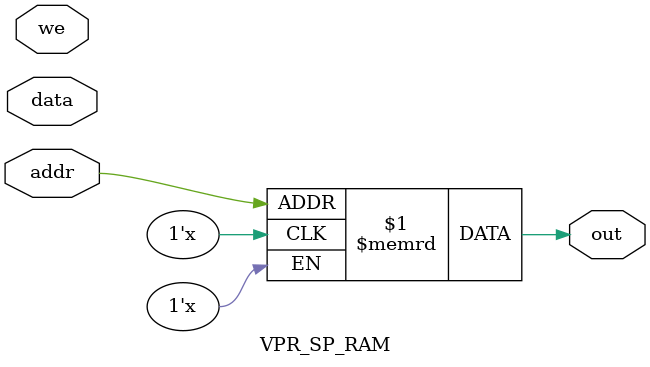
<source format=v>
module VPR_SP_RAM #(
	parameter ADDR_WIDTH = 1,
	parameter DATA_WIDTH = 1
) (
	addr, data, we, out
);
	input wire [ADDR_WIDTH-1:0] addr;
	input wire [DATA_WIDTH-1:0] data;
	input wire we;
	output wire [DATA_WIDTH-1:0] out;

	localparam MEM_SIZE = 2 ** ADDR_WIDTH;

	reg [DATA_WIDTH-1:0] storage[MEM_SIZE-1:0];

	assign out = storage[addr];

endmodule

</source>
